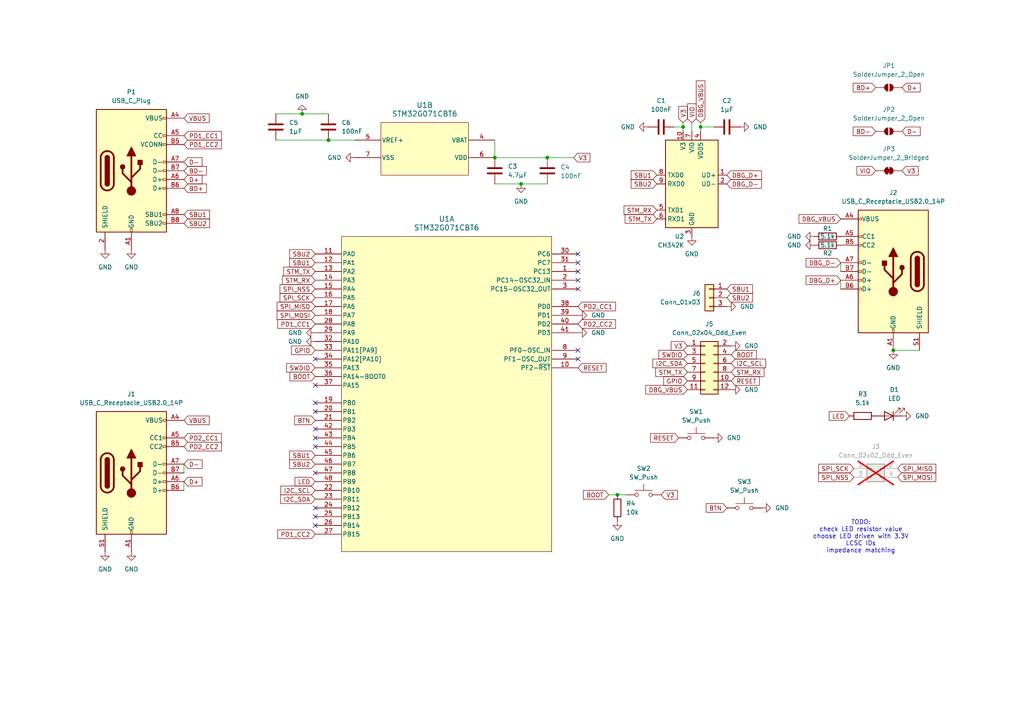
<source format=kicad_sch>
(kicad_sch (version 20231120) (generator "eeschema") (generator_version "8.0")
  (paper "A4")
  (lib_symbols
    (symbol "Connector:USB_C_Plug" (pin_names (offset 1.016))
      (property "Reference" "P1" (at 0 33.02 0))
      (property "Value" "USB_C_Plug" (at 0 30.48 0))
      (symbol "USB_C_Plug_0_0"
        (rectangle (start -0.254 -6.604) (end 0.254 -7.62))
        (rectangle (start 9.144 5.334) (end 10.16 4.826))
        (rectangle (start 9.144 7.874) (end 10.16 7.366))
        (rectangle (start 9.144 10.414) (end 10.16 9.906))
        (rectangle (start 9.144 12.954) (end 10.16 12.446))
        (rectangle (start 9.144 18.034) (end 10.16 17.526))
        (rectangle (start 10.16 -4.826) (end 9.144 -5.334))
        (rectangle (start 10.16 -2.286) (end 9.144 -2.794))
        (rectangle (start 10.16 20.574) (end 9.144 20.066))
        (rectangle (start 10.16 25.654) (end 9.144 25.146))
      )
      (symbol "USB_C_Plug_0_1"
        (rectangle (start -10.16 27.94) (end 10.16 -7.62) (stroke (width 0.254)) (fill (type background)))
        (arc (start -8.89 6.35) (mid -6.985 4.4533) (end -5.08 6.35) (stroke (width 0.508)))
        (arc (start -7.62 6.35) (mid -6.985 5.7177) (end -6.35 6.35) (stroke (width 0.254)))
        (arc (start -7.62 6.35) (mid -6.985 5.7177) (end -6.35 6.35) (stroke (width 0.254)) (fill (type outline)))
        (rectangle (start -7.62 6.35) (end -6.35 13.97) (stroke (width 0.254)) (fill (type outline)))
        (arc (start -6.35 13.97) (mid -6.985 14.6023) (end -7.62 13.97) (stroke (width 0.254)))
        (arc (start -6.35 13.97) (mid -6.985 14.6023) (end -7.62 13.97) (stroke (width 0.254)) (fill (type outline)))
        (arc (start -5.08 13.97) (mid -6.985 15.8667) (end -8.89 13.97) (stroke (width 0.508)))
        (polyline (pts (xy -8.89 6.35) (xy -8.89 13.97)) (stroke (width 0.508)))
        (polyline (pts (xy -5.08 13.97) (xy -5.08 6.35)) (stroke (width 0.508)))
      )
      (symbol "USB_C_Plug_1_1"
        (circle (center -2.54 11.303) (radius 0.635) (stroke (width 0.254)) (fill (type outline)))
        (polyline (pts (xy 0 4.318) (xy 0 14.478)) (stroke (width 0.508)))
        (polyline (pts (xy 0 6.858) (xy -2.54 9.398) (xy -2.54 10.668)) (stroke (width 0.508)))
        (polyline (pts (xy 0 8.128) (xy 2.54 10.668) (xy 2.54 11.938)) (stroke (width 0.508)))
        (polyline (pts (xy -1.27 14.478) (xy 0 17.018) (xy 1.27 14.478) (xy -1.27 14.478)) (stroke (width 0.254)) (fill (type outline)))
        (circle (center 0 4.318) (radius 1.27) (fill (type outline)))
        (rectangle (start 1.905 11.938) (end 3.175 13.208) (stroke (width 0.254)) (fill (type outline)))
        (pin passive line (at -7.62 -12.7 90) (length 5.08) (name "SHIELD") (number "2"))
        (pin passive line (at -7.62 -12.7 90) (length 5.08) hide (name "SHIELD") (number "3"))
        (pin passive line (at 0 -12.7 90) (length 5.08) (name "GND") (number "A1"))
        (pin passive line (at 0 -12.7 90) (length 5.08) hide (name "GND") (number "A12"))
        (pin passive line (at 15.24 25.4 180) (length 5.08) (name "VBUS") (number "A4"))
        (pin bidirectional line (at 15.24 20.32 180) (length 5.08) (name "CC") (number "A5"))
        (pin bidirectional line (at 15.24 7.62 180) (length 5.08) (name "D+") (number "A6"))
        (pin bidirectional line (at 15.24 12.7 180) (length 5.08) (name "D-") (number "A7"))
        (pin bidirectional line (at 15.24 -2.54 180) (length 5.08) (name "SBU1") (number "A8"))
        (pin passive line (at 15.24 25.4 180) (length 5.08) hide (name "VBUS") (number "A9"))
        (pin passive line (at 0 -12.7 90) (length 5.08) hide (name "GND") (number "B1"))
        (pin passive line (at 0 -12.7 90) (length 5.08) hide (name "GND") (number "B12"))
        (pin passive line (at 15.24 25.4 180) (length 5.08) hide (name "VBUS") (number "B4"))
        (pin bidirectional line (at 15.24 17.78 180) (length 5.08) (name "VCONN") (number "B5"))
        (pin bidirectional line (at 15.24 5.08 180) (length 5.08) (name "D+") (number "B6"))
        (pin bidirectional line (at 15.24 10.16 180) (length 5.08) (name "D-") (number "B7"))
        (pin bidirectional line (at 15.24 -5.08 180) (length 5.08) (name "SBU2") (number "B8"))
        (pin passive line (at 15.24 25.4 180) (length 5.08) hide (name "VBUS") (number "B9"))
      )
    )
    (symbol "Connector:USB_C_Receptacle_USB2.0_14P" (pin_names (offset 1.016))
      (property "Reference" "J2" (at 0 22.86 0))
      (property "Value" "USB_C_Receptacle_USB2.0_14P" (at 0 20.32 0))
      (symbol "USB_C_Receptacle_USB2.0_14P_0_0"
        (rectangle (start -0.254 -17.78) (end 0.254 -16.764))
        (rectangle (start 10.16 -4.826) (end 9.144 -5.334))
        (rectangle (start 10.16 -2.286) (end 9.144 -2.794))
        (rectangle (start 10.16 0.254) (end 9.144 -0.254))
        (rectangle (start 10.16 2.794) (end 9.144 2.286))
        (rectangle (start 10.16 7.874) (end 9.144 7.366))
        (rectangle (start 10.16 10.414) (end 9.144 9.906))
        (rectangle (start 10.16 15.494) (end 9.144 14.986))
      )
      (symbol "USB_C_Receptacle_USB2.0_14P_0_1"
        (rectangle (start -10.16 17.78) (end 10.16 -17.78) (stroke (width 0.254)) (fill (type background)))
        (arc (start -8.89 -3.81) (mid -6.985 -5.7067) (end -5.08 -3.81) (stroke (width 0.508)))
        (arc (start -7.62 -3.81) (mid -6.985 -4.4423) (end -6.35 -3.81) (stroke (width 0.254)))
        (arc (start -7.62 -3.81) (mid -6.985 -4.4423) (end -6.35 -3.81) (stroke (width 0.254)) (fill (type outline)))
        (rectangle (start -7.62 -3.81) (end -6.35 3.81) (stroke (width 0.254)) (fill (type outline)))
        (arc (start -6.35 3.81) (mid -6.985 4.4423) (end -7.62 3.81) (stroke (width 0.254)))
        (arc (start -6.35 3.81) (mid -6.985 4.4423) (end -7.62 3.81) (stroke (width 0.254)) (fill (type outline)))
        (arc (start -5.08 3.81) (mid -6.985 5.7067) (end -8.89 3.81) (stroke (width 0.508)))
        (circle (center -2.54 1.143) (radius 0.635) (stroke (width 0.254)) (fill (type outline)))
        (circle (center 0 -5.842) (radius 1.27) (fill (type outline)))
        (polyline (pts (xy -8.89 -3.81) (xy -8.89 3.81)) (stroke (width 0.508)))
        (polyline (pts (xy -5.08 3.81) (xy -5.08 -3.81)) (stroke (width 0.508)))
        (polyline (pts (xy 0 -5.842) (xy 0 4.318)) (stroke (width 0.508)))
        (polyline (pts (xy 0 -3.302) (xy -2.54 -0.762) (xy -2.54 0.508)) (stroke (width 0.508)))
        (polyline (pts (xy 0 -2.032) (xy 2.54 0.508) (xy 2.54 1.778)) (stroke (width 0.508)))
        (polyline (pts (xy -1.27 4.318) (xy 0 6.858) (xy 1.27 4.318) (xy -1.27 4.318)) (stroke (width 0.254)) (fill (type outline)))
        (rectangle (start 1.905 1.778) (end 3.175 3.048) (stroke (width 0.254)) (fill (type outline)))
      )
      (symbol "USB_C_Receptacle_USB2.0_14P_1_1"
        (pin passive line (at 0 -22.86 90) (length 5.08) (name "GND") (number "A1"))
        (pin passive line (at 15.24 15.24 180) (length 5.08) (name "VBUS") (number "A4"))
        (pin bidirectional line (at 15.24 10.16 180) (length 5.08) (name "CC1") (number "A5"))
        (pin bidirectional line (at 15.24 -2.54 180) (length 5.08) (name "D+") (number "A6"))
        (pin bidirectional line (at 15.24 2.54 180) (length 5.08) (name "D-") (number "A7"))
        (pin passive line (at 0 -22.86 90) (length 5.08) hide (name "GND") (number "B1"))
        (pin passive line (at 15.24 15.24 180) (length 5.08) hide (name "VBUS") (number "B4"))
        (pin bidirectional line (at 15.24 7.62 180) (length 5.08) (name "CC2") (number "B5"))
        (pin bidirectional line (at 15.24 -5.08 180) (length 5.08) (name "D+") (number "B6"))
        (pin bidirectional line (at 15.24 0 180) (length 5.08) (name "D-") (number "B7"))
        (pin passive line (at -7.62 -22.86 90) (length 5.08) (name "SHIELD") (number "S1"))
      )
    )
    (symbol "Connector_Generic:Conn_01x03" (pin_names (offset 1.016) hide)
      (property "Reference" "J" (at 0 5.08 0))
      (property "Value" "Conn_01x03" (at 0 -5.08 0))
      (symbol "Conn_01x03_1_1"
        (rectangle (start -1.27 -2.413) (end 0 -2.667) (stroke (width 0.1524)))
        (rectangle (start -1.27 0.127) (end 0 -0.127) (stroke (width 0.1524)))
        (rectangle (start -1.27 2.667) (end 0 2.413) (stroke (width 0.1524)))
        (rectangle (start -1.27 3.81) (end 1.27 -3.81) (stroke (width 0.254)) (fill (type background)))
        (pin passive line (at -5.08 2.54 0) (length 3.81) (name "Pin_1") (number "1"))
        (pin passive line (at -5.08 0 0) (length 3.81) (name "Pin_2") (number "2"))
        (pin passive line (at -5.08 -2.54 0) (length 3.81) (name "Pin_3") (number "3"))
      )
    )
    (symbol "Connector_Generic:Conn_02x02_Odd_Even" (pin_names (offset 1.016) hide)
      (property "Reference" "J" (at 1.27 2.54 0))
      (property "Value" "Conn_02x02_Odd_Even" (at 1.27 -5.08 0))
      (symbol "Conn_02x02_Odd_Even_1_1"
        (rectangle (start -1.27 -2.413) (end 0 -2.667) (stroke (width 0.1524)))
        (rectangle (start -1.27 0.127) (end 0 -0.127) (stroke (width 0.1524)))
        (rectangle (start -1.27 1.27) (end 3.81 -3.81) (stroke (width 0.254)) (fill (type background)))
        (rectangle (start 3.81 -2.413) (end 2.54 -2.667) (stroke (width 0.1524)))
        (rectangle (start 3.81 0.127) (end 2.54 -0.127) (stroke (width 0.1524)))
        (pin passive line (at -5.08 0 0) (length 3.81) (name "Pin_1") (number "1"))
        (pin passive line (at 7.62 0 180) (length 3.81) (name "Pin_2") (number "2"))
        (pin passive line (at -5.08 -2.54 0) (length 3.81) (name "Pin_3") (number "3"))
        (pin passive line (at 7.62 -2.54 180) (length 3.81) (name "Pin_4") (number "4"))
      )
    )
    (symbol "Connector_Generic:Conn_02x06_Odd_Even" (pin_names (offset 1.016) hide)
      (property "Reference" "J" (at 1.27 7.62 0))
      (property "Value" "Conn_02x06_Odd_Even" (at 1.27 -10.16 0))
      (symbol "Conn_02x06_Odd_Even_1_1"
        (rectangle (start -1.27 -7.493) (end 0 -7.747) (stroke (width 0.1524)))
        (rectangle (start -1.27 -4.953) (end 0 -5.207) (stroke (width 0.1524)))
        (rectangle (start -1.27 -2.413) (end 0 -2.667) (stroke (width 0.1524)))
        (rectangle (start -1.27 0.127) (end 0 -0.127) (stroke (width 0.1524)))
        (rectangle (start -1.27 2.667) (end 0 2.413) (stroke (width 0.1524)))
        (rectangle (start -1.27 5.207) (end 0 4.953) (stroke (width 0.1524)))
        (rectangle (start -1.27 6.35) (end 3.81 -8.89) (stroke (width 0.254)) (fill (type background)))
        (rectangle (start 3.81 -7.493) (end 2.54 -7.747) (stroke (width 0.1524)))
        (rectangle (start 3.81 -4.953) (end 2.54 -5.207) (stroke (width 0.1524)))
        (rectangle (start 3.81 -2.413) (end 2.54 -2.667) (stroke (width 0.1524)))
        (rectangle (start 3.81 0.127) (end 2.54 -0.127) (stroke (width 0.1524)))
        (rectangle (start 3.81 2.667) (end 2.54 2.413) (stroke (width 0.1524)))
        (rectangle (start 3.81 5.207) (end 2.54 4.953) (stroke (width 0.1524)))
        (pin passive line (at -5.08 5.08 0) (length 3.81) (name "Pin_1") (number "1"))
        (pin passive line (at 7.62 -5.08 180) (length 3.81) (name "Pin_10") (number "10"))
        (pin passive line (at -5.08 -7.62 0) (length 3.81) (name "Pin_11") (number "11"))
        (pin passive line (at 7.62 -7.62 180) (length 3.81) (name "Pin_12") (number "12"))
        (pin passive line (at 7.62 5.08 180) (length 3.81) (name "Pin_2") (number "2"))
        (pin passive line (at -5.08 2.54 0) (length 3.81) (name "Pin_3") (number "3"))
        (pin passive line (at 7.62 2.54 180) (length 3.81) (name "Pin_4") (number "4"))
        (pin passive line (at -5.08 0 0) (length 3.81) (name "Pin_5") (number "5"))
        (pin passive line (at 7.62 0 180) (length 3.81) (name "Pin_6") (number "6"))
        (pin passive line (at -5.08 -2.54 0) (length 3.81) (name "Pin_7") (number "7"))
        (pin passive line (at 7.62 -2.54 180) (length 3.81) (name "Pin_8") (number "8"))
        (pin passive line (at -5.08 -5.08 0) (length 3.81) (name "Pin_9") (number "9"))
      )
    )
    (symbol "Debubo:STM32G071CBT6" (pin_names (offset 0.254))
      (property "Reference" "U" (at 38.1 10.16 0))
      (property "Value" "STM32G071CBT6" (at 38.1 7.62 0))
      (symbol "STM32G071CBT6_1_1"
        (rectangle (start 7.62 5.08) (end 68.58 -86.36) (fill (type background)))
        (pin bidirectional line (at 76.2 -5.08 180) (length 7.62) (name "PC13") (number "1"))
        (pin bidirectional line (at 76.2 -33.02 180) (length 7.62) (name "PF2-~{RST}") (number "10"))
        (pin bidirectional line (at 0 0 0) (length 7.62) (name "PA0") (number "11"))
        (pin bidirectional line (at 0 -2.54 0) (length 7.62) (name "PA1") (number "12"))
        (pin bidirectional line (at 0 -5.08 0) (length 7.62) (name "PA2") (number "13"))
        (pin bidirectional line (at 0 -7.62 0) (length 7.62) (name "PA3") (number "14"))
        (pin bidirectional line (at 0 -10.16 0) (length 7.62) (name "PA4") (number "15"))
        (pin bidirectional line (at 0 -12.7 0) (length 7.62) (name "PA5") (number "16"))
        (pin bidirectional line (at 0 -15.24 0) (length 7.62) (name "PA6") (number "17"))
        (pin bidirectional line (at 0 -17.78 0) (length 7.62) (name "PA7") (number "18"))
        (pin bidirectional line (at 0 -43.18 0) (length 7.62) (name "PB0") (number "19"))
        (pin bidirectional line (at 76.2 -7.62 180) (length 7.62) (name "PC14-OSC32_IN") (number "2"))
        (pin bidirectional line (at 0 -45.72 0) (length 7.62) (name "PB1") (number "20"))
        (pin bidirectional line (at 0 -48.26 0) (length 7.62) (name "PB2") (number "21"))
        (pin bidirectional line (at 0 -68.58 0) (length 7.62) (name "PB10") (number "22"))
        (pin bidirectional line (at 0 -71.12 0) (length 7.62) (name "PB11") (number "23"))
        (pin bidirectional line (at 0 -73.66 0) (length 7.62) (name "PB12") (number "24"))
        (pin bidirectional line (at 0 -76.2 0) (length 7.62) (name "PB13") (number "25"))
        (pin bidirectional line (at 0 -78.74 0) (length 7.62) (name "PB14") (number "26"))
        (pin bidirectional line (at 0 -81.28 0) (length 7.62) (name "PB15") (number "27"))
        (pin bidirectional line (at 0 -20.32 0) (length 7.62) (name "PA8") (number "28"))
        (pin bidirectional line (at 0 -22.86 0) (length 7.62) (name "PA9") (number "29"))
        (pin bidirectional line (at 76.2 -10.16 180) (length 7.62) (name "PC15-OSC32_OUT") (number "3"))
        (pin bidirectional line (at 76.2 0 180) (length 7.62) (name "PC6") (number "30"))
        (pin bidirectional line (at 76.2 -2.54 180) (length 7.62) (name "PC7") (number "31"))
        (pin bidirectional line (at 0 -25.4 0) (length 7.62) (name "PA10") (number "32"))
        (pin bidirectional line (at 0 -27.94 0) (length 7.62) (name "PA11[PA9]") (number "33"))
        (pin bidirectional line (at 0 -30.48 0) (length 7.62) (name "PA12[PA10]") (number "34"))
        (pin bidirectional line (at 0 -33.02 0) (length 7.62) (name "PA13") (number "35"))
        (pin bidirectional line (at 0 -35.56 0) (length 7.62) (name "PA14-BOOT0") (number "36"))
        (pin bidirectional line (at 0 -38.1 0) (length 7.62) (name "PA15") (number "37"))
        (pin bidirectional line (at 76.2 -15.24 180) (length 7.62) (name "PD0") (number "38"))
        (pin bidirectional line (at 76.2 -17.78 180) (length 7.62) (name "PD1") (number "39"))
        (pin bidirectional line (at 76.2 -20.32 180) (length 7.62) (name "PD2") (number "40"))
        (pin bidirectional line (at 76.2 -22.86 180) (length 7.62) (name "PD3") (number "41"))
        (pin bidirectional line (at 0 -50.8 0) (length 7.62) (name "PB3") (number "42"))
        (pin bidirectional line (at 0 -53.34 0) (length 7.62) (name "PB4") (number "43"))
        (pin bidirectional line (at 0 -55.88 0) (length 7.62) (name "PB5") (number "44"))
        (pin bidirectional line (at 0 -58.42 0) (length 7.62) (name "PB6") (number "45"))
        (pin bidirectional line (at 0 -60.96 0) (length 7.62) (name "PB7") (number "46"))
        (pin bidirectional line (at 0 -63.5 0) (length 7.62) (name "PB8") (number "47"))
        (pin bidirectional line (at 0 -66.04 0) (length 7.62) (name "PB9") (number "48"))
        (pin bidirectional line (at 76.2 -27.94 180) (length 7.62) (name "PF0-OSC_IN") (number "8"))
        (pin bidirectional line (at 76.2 -30.48 180) (length 7.62) (name "PF1-OSC_OUT") (number "9"))
      )
      (symbol "STM32G071CBT6_2_1"
        (rectangle (start 7.62 5.08) (end 33.02 -10.16) (fill (type background)))
        (pin power_in line (at 40.64 0 180) (length 7.62) (name "VBAT") (number "4"))
        (pin power_in line (at 0 0 0) (length 7.62) (name "VREF+") (number "5"))
        (pin power_in line (at 40.64 -5.08 180) (length 7.62) (name "VDD") (number "6"))
        (pin power_in line (at 0 -5.08 0) (length 7.62) (name "VSS") (number "7"))
      )
    )
    (symbol "Device:C" (pin_numbers hide) (pin_names (offset 0.254))
      (property "Reference" "C" (at 0.635 2.54 0))
      (property "Value" "C" (at 0.635 -2.54 0))
      (symbol "C_0_1"
        (polyline (pts (xy -2.032 -0.762) (xy 2.032 -0.762)) (stroke (width 0.508)))
        (polyline (pts (xy -2.032 0.762) (xy 2.032 0.762)) (stroke (width 0.508)))
      )
      (symbol "C_1_1"
        (pin passive line (at 0 3.81 270) (length 2.794) (name "~") (number "1"))
        (pin passive line (at 0 -3.81 90) (length 2.794) (name "~") (number "2"))
      )
    )
    (symbol "Device:LED" (pin_numbers hide) (pin_names (offset 1.016) hide)
      (property "Reference" "D" (at 0 2.54 0))
      (property "Value" "LED" (at 0 -2.54 0))
      (symbol "LED_0_1"
        (polyline (pts (xy -1.27 -1.27) (xy -1.27 1.27)) (stroke (width 0.254)))
        (polyline (pts (xy -1.27 0) (xy 1.27 0)))
        (polyline (pts (xy 1.27 -1.27) (xy 1.27 1.27) (xy -1.27 0) (xy 1.27 -1.27)) (stroke (width 0.254)))
        (polyline (pts (xy -3.048 -0.762) (xy -4.572 -2.286) (xy -3.81 -2.286) (xy -4.572 -2.286) (xy -4.572 -1.524)))
        (polyline (pts (xy -1.778 -0.762) (xy -3.302 -2.286) (xy -2.54 -2.286) (xy -3.302 -2.286) (xy -3.302 -1.524)))
      )
      (symbol "LED_1_1"
        (pin passive line (at -3.81 0 0) (length 2.54) (name "K") (number "1"))
        (pin passive line (at 3.81 0 180) (length 2.54) (name "A") (number "2"))
      )
    )
    (symbol "Device:R" (pin_numbers hide) (pin_names (offset 0))
      (property "Reference" "R" (at 2.032 0 90))
      (property "Value" "R" (at 0 0 90))
      (symbol "R_0_1"
        (rectangle (start -1.016 -2.54) (end 1.016 2.54) (stroke (width 0.254)))
      )
      (symbol "R_1_1"
        (pin passive line (at 0 3.81 270) (length 1.27) (name "~") (number "1"))
        (pin passive line (at 0 -3.81 90) (length 1.27) (name "~") (number "2"))
      )
    )
    (symbol "Interface_USB:CH340K"
      (property "Reference" "U2" (at 2.1941 -15.24 0))
      (property "Value" "CH342K" (at 2.1941 -17.78 0))
      (symbol "CH340K_0_1"
        (rectangle (start -7.62 12.7) (end 7.62 -12.7) (stroke (width 0.254)) (fill (type background)))
      )
      (symbol "CH340K_1_0"
        (pin passive line (at 0 -15.24 90) (length 2.54) hide (name "GND") (number "11"))
      )
      (symbol "CH340K_1_1"
        (pin bidirectional line (at -10.16 2.54 0) (length 2.54) (name "UD+") (number "1"))
        (pin passive line (at 2.54 15.24 270) (length 2.54) (name "V3") (number "10"))
        (pin bidirectional line (at -10.16 0 0) (length 2.54) (name "UD-") (number "2"))
        (pin power_in line (at 0 -15.24 90) (length 2.54) (name "GND") (number "3"))
        (pin power_in line (at -2.54 15.24 270) (length 2.54) (name "VDD5") (number "4"))
        (pin output line (at 10.16 -7.62 180) (length 2.54) (name "TXD1") (number "5"))
        (pin input line (at 10.16 -10.16 180) (length 2.54) (name "RXD1") (number "6"))
        (pin power_in line (at 0 15.24 270) (length 2.54) (name "VIO") (number "7"))
        (pin output line (at 10.16 2.54 180) (length 2.54) (name "TXD0") (number "8"))
        (pin input line (at 10.16 0 180) (length 2.54) (name "RXD0") (number "9"))
      )
    )
    (symbol "Jumper:SolderJumper_2_Bridged" (pin_numbers hide) (pin_names (offset 0) hide) (exclude_from_sim yes) (in_bom no)
      (property "Reference" "JP" (at 0 2.032 0))
      (property "Value" "SolderJumper_2_Bridged" (at 0 -2.54 0))
      (symbol "SolderJumper_2_Bridged_0_1"
        (rectangle (start -0.508 0.508) (end 0.508 -0.508) (fill (type outline)))
        (arc (start -0.254 1.016) (mid -1.2656 0) (end -0.254 -1.016))
        (arc (start -0.254 1.016) (mid -1.2656 0) (end -0.254 -1.016) (fill (type outline)))
        (polyline (pts (xy -0.254 1.016) (xy -0.254 -1.016)))
        (polyline (pts (xy 0.254 1.016) (xy 0.254 -1.016)))
        (arc (start 0.254 -1.016) (mid 1.2656 0) (end 0.254 1.016))
        (arc (start 0.254 -1.016) (mid 1.2656 0) (end 0.254 1.016) (fill (type outline)))
      )
      (symbol "SolderJumper_2_Bridged_1_1"
        (pin passive line (at -3.81 0 0) (length 2.54) (name "A") (number "1"))
        (pin passive line (at 3.81 0 180) (length 2.54) (name "B") (number "2"))
      )
    )
    (symbol "Jumper:SolderJumper_2_Open" (pin_numbers hide) (pin_names (offset 0) hide) (exclude_from_sim yes) (in_bom no)
      (property "Reference" "JP" (at 0 2.032 0))
      (property "Value" "SolderJumper_2_Open" (at 0 -2.54 0))
      (symbol "SolderJumper_2_Open_0_1"
        (arc (start -0.254 1.016) (mid -1.2656 0) (end -0.254 -1.016))
        (arc (start -0.254 1.016) (mid -1.2656 0) (end -0.254 -1.016) (fill (type outline)))
        (polyline (pts (xy -0.254 1.016) (xy -0.254 -1.016)))
        (polyline (pts (xy 0.254 1.016) (xy 0.254 -1.016)))
        (arc (start 0.254 -1.016) (mid 1.2656 0) (end 0.254 1.016))
        (arc (start 0.254 -1.016) (mid 1.2656 0) (end 0.254 1.016) (fill (type outline)))
      )
      (symbol "SolderJumper_2_Open_1_1"
        (pin passive line (at -3.81 0 0) (length 2.54) (name "A") (number "1"))
        (pin passive line (at 3.81 0 180) (length 2.54) (name "B") (number "2"))
      )
    )
    (symbol "Switch:SW_Push" (pin_numbers hide) (pin_names (offset 1.016) hide)
      (property "Reference" "SW" (at 1.27 2.54 0))
      (property "Value" "SW_Push" (at 0 -1.524 0))
      (symbol "SW_Push_0_1"
        (circle (center -2.032 0) (radius 0.508))
        (polyline (pts (xy 0 1.27) (xy 0 3.048)))
        (polyline (pts (xy 2.54 1.27) (xy -2.54 1.27)))
        (circle (center 2.032 0) (radius 0.508))
        (pin passive line (at -5.08 0 0) (length 2.54) (name "1") (number "1"))
        (pin passive line (at 5.08 0 180) (length 2.54) (name "2") (number "2"))
      )
    )
    (symbol "USB_C_Receptacle_USB2.0_14P_1" (pin_names (offset 1.016))
      (property "Reference" "J1" (at 0 22.86 0))
      (property "Value" "USB_C_Receptacle_USB2.0_14P" (at 0 20.32 0))
      (symbol "USB_C_Receptacle_USB2.0_14P_1_0_0"
        (rectangle (start -0.254 -17.78) (end 0.254 -16.764))
        (rectangle (start 10.16 -4.826) (end 9.144 -5.334))
        (rectangle (start 10.16 -2.286) (end 9.144 -2.794))
        (rectangle (start 10.16 0.254) (end 9.144 -0.254))
        (rectangle (start 10.16 2.794) (end 9.144 2.286))
        (rectangle (start 10.16 7.874) (end 9.144 7.366))
        (rectangle (start 10.16 10.414) (end 9.144 9.906))
        (rectangle (start 10.16 15.494) (end 9.144 14.986))
      )
      (symbol "USB_C_Receptacle_USB2.0_14P_1_0_1"
        (rectangle (start -10.16 17.78) (end 10.16 -17.78) (stroke (width 0.254)) (fill (type background)))
        (arc (start -8.89 -3.81) (mid -6.985 -5.7067) (end -5.08 -3.81) (stroke (width 0.508)))
        (arc (start -7.62 -3.81) (mid -6.985 -4.4423) (end -6.35 -3.81) (stroke (width 0.254)))
        (arc (start -7.62 -3.81) (mid -6.985 -4.4423) (end -6.35 -3.81) (stroke (width 0.254)) (fill (type outline)))
        (rectangle (start -7.62 -3.81) (end -6.35 3.81) (stroke (width 0.254)) (fill (type outline)))
        (arc (start -6.35 3.81) (mid -6.985 4.4423) (end -7.62 3.81) (stroke (width 0.254)))
        (arc (start -6.35 3.81) (mid -6.985 4.4423) (end -7.62 3.81) (stroke (width 0.254)) (fill (type outline)))
        (arc (start -5.08 3.81) (mid -6.985 5.7067) (end -8.89 3.81) (stroke (width 0.508)))
        (circle (center -2.54 1.143) (radius 0.635) (stroke (width 0.254)) (fill (type outline)))
        (circle (center 0 -5.842) (radius 1.27) (fill (type outline)))
        (polyline (pts (xy -8.89 -3.81) (xy -8.89 3.81)) (stroke (width 0.508)))
        (polyline (pts (xy -5.08 3.81) (xy -5.08 -3.81)) (stroke (width 0.508)))
        (polyline (pts (xy 0 -5.842) (xy 0 4.318)) (stroke (width 0.508)))
        (polyline (pts (xy 0 -3.302) (xy -2.54 -0.762) (xy -2.54 0.508)) (stroke (width 0.508)))
        (polyline (pts (xy 0 -2.032) (xy 2.54 0.508) (xy 2.54 1.778)) (stroke (width 0.508)))
        (polyline (pts (xy -1.27 4.318) (xy 0 6.858) (xy 1.27 4.318) (xy -1.27 4.318)) (stroke (width 0.254)) (fill (type outline)))
        (rectangle (start 1.905 1.778) (end 3.175 3.048) (stroke (width 0.254)) (fill (type outline)))
      )
      (symbol "USB_C_Receptacle_USB2.0_14P_1_1_1"
        (pin passive line (at 0 -22.86 90) (length 5.08) (name "GND") (number "A1"))
        (pin passive line (at 15.24 15.24 180) (length 5.08) (name "VBUS") (number "A4"))
        (pin bidirectional line (at 15.24 10.16 180) (length 5.08) (name "CC1") (number "A5"))
        (pin bidirectional line (at 15.24 -2.54 180) (length 5.08) (name "D+") (number "A6"))
        (pin bidirectional line (at 15.24 2.54 180) (length 5.08) (name "D-") (number "A7"))
        (pin passive line (at 0 -22.86 90) (length 5.08) hide (name "GND") (number "B1"))
        (pin passive line (at 15.24 15.24 180) (length 5.08) hide (name "VBUS") (number "B4"))
        (pin bidirectional line (at 15.24 7.62 180) (length 5.08) (name "CC2") (number "B5"))
        (pin bidirectional line (at 15.24 -5.08 180) (length 5.08) (name "D+") (number "B6"))
        (pin bidirectional line (at 15.24 0 180) (length 5.08) (name "D-") (number "B7"))
        (pin passive line (at -7.62 -22.86 90) (length 5.08) (name "SHIELD") (number "S1"))
      )
    )
    (symbol "power:GND" (power) (pin_numbers hide) (pin_names (offset 0) hide)
      (property "Value" "GND" (at 0 -3.81 0))
      (symbol "GND_0_1"
        (polyline (pts (xy 0 0) (xy 0 -1.27) (xy 1.27 -1.27) (xy 0 -2.54) (xy -1.27 -1.27) (xy 0 -1.27)))
      )
      (symbol "GND_1_1"
        (pin power_in line (at 0 0 270) (length 0) (name "~") (number "1"))
      )
    )
  )
  (junction (at 198.12 36.83))
  (junction (at 95.25 40.64))
  (junction (at 259.08 101.6))
  (junction (at 87.63 33.02))
  (junction (at 151.13 53.34))
  (junction (at 203.2 36.83))
  (junction (at 143.51 45.72))
  (junction (at 179.07 143.51))
  (junction (at 158.75 45.72))
  (no_connect (at 167.64 81.28))
  (no_connect (at 91.44 116.84))
  (no_connect (at 91.44 111.76))
  (no_connect (at 167.64 83.82))
  (no_connect (at 91.44 124.46))
  (no_connect (at 91.44 152.4))
  (no_connect (at 91.44 127))
  (no_connect (at 167.64 78.74))
  (no_connect (at 91.44 149.86))
  (no_connect (at 91.44 119.38))
  (no_connect (at 167.64 104.14))
  (no_connect (at 167.64 76.2))
  (no_connect (at 91.44 137.16))
  (no_connect (at 91.44 129.54))
  (no_connect (at 167.64 101.6))
  (no_connect (at 91.44 104.14))
  (no_connect (at 167.64 73.66))
  (no_connect (at 91.44 147.32))
  (wire (pts (xy 198.12 35.56) (xy 198.12 36.83)))
  (wire (pts (xy 95.25 40.64) (xy 102.87 40.64)))
  (wire (pts (xy 200.66 35.56) (xy 200.66 38.1)))
  (wire (pts (xy 143.51 40.64) (xy 143.51 45.72)))
  (wire (pts (xy 53.34 134.62) (xy 53.34 137.16)))
  (wire (pts (xy 143.51 45.72) (xy 158.75 45.72)))
  (wire (pts (xy 143.51 53.34) (xy 151.13 53.34)))
  (wire (pts (xy 80.01 40.64) (xy 95.25 40.64)))
  (wire (pts (xy 53.34 139.7) (xy 53.34 142.24)))
  (wire (pts (xy 243.84 81.28) (xy 243.84 83.82)))
  (wire (pts (xy 203.2 36.83) (xy 203.2 38.1)))
  (wire (pts (xy 87.63 33.02) (xy 95.25 33.02)))
  (wire (pts (xy 151.13 53.34) (xy 158.75 53.34)))
  (wire (pts (xy 243.84 76.2) (xy 243.84 78.74)))
  (wire (pts (xy 259.08 101.6) (xy 266.7 101.6)))
  (wire (pts (xy 203.2 35.56) (xy 203.2 36.83)))
  (wire (pts (xy 207.01 36.83) (xy 203.2 36.83)))
  (wire (pts (xy 195.58 36.83) (xy 198.12 36.83)))
  (wire (pts (xy 198.12 36.83) (xy 198.12 38.1)))
  (wire (pts (xy 158.75 45.72) (xy 166.37 45.72)))
  (wire (pts (xy 179.07 143.51) (xy 181.61 143.51)))
  (wire (pts (xy 80.01 33.02) (xy 87.63 33.02)))
  (wire (pts (xy 176.53 143.51) (xy 179.07 143.51)))
  (text "TODO:\ncheck LED resistor value\nchoose LED driven with 3.3V\nLCSC IDs\nimpedance matching" (at 249.682 155.702 0) (effects (font (size 1.27 1.27))))
  (global_label "V3" (shape input) (at 199.39 100.33 180) (property "Intersheetrefs" "${INTERSHEET_REFS}" (effects (hide yes))))
  (global_label "BTN" (shape input) (at 91.44 121.92 180) (property "Intersheetrefs" "${INTERSHEET_REFS}" (effects (hide yes))))
  (global_label "BD+" (shape input) (at 53.34 54.61 0) (property "Intersheetrefs" "${INTERSHEET_REFS}" (effects (hide yes))))
  (global_label "DBG_D+" (shape input) (at 210.82 50.8 0) (property "Intersheetrefs" "${INTERSHEET_REFS}" (effects (hide yes))))
  (global_label "SPI_SCK" (shape input) (at 91.44 86.36 180) (property "Intersheetrefs" "${INTERSHEET_REFS}" (effects (hide yes))))
  (global_label "PD1_CC1" (shape input) (at 91.44 93.98 180) (property "Intersheetrefs" "${INTERSHEET_REFS}" (effects (hide yes))))
  (global_label "SBU2" (shape input) (at 91.44 134.62 180) (property "Intersheetrefs" "${INTERSHEET_REFS}" (effects (hide yes))))
  (global_label "RESET" (shape input) (at 196.85 127 180) (property "Intersheetrefs" "${INTERSHEET_REFS}" (effects (hide yes))))
  (global_label "GPIO" (shape input) (at 199.39 110.49 180) (property "Intersheetrefs" "${INTERSHEET_REFS}" (effects (hide yes))))
  (global_label "PD1_CC2" (shape input) (at 53.34 41.91 0) (property "Intersheetrefs" "${INTERSHEET_REFS}" (effects (hide yes))))
  (global_label "STM_TX" (shape input) (at 199.39 107.95 180) (property "Intersheetrefs" "${INTERSHEET_REFS}" (effects (hide yes))))
  (global_label "SPI_MOSI" (shape input) (at 260.35 138.43 0) (property "Intersheetrefs" "${INTERSHEET_REFS}" (effects (hide yes))))
  (global_label "VIO" (shape input) (at 200.66 35.56 90) (property "Intersheetrefs" "${INTERSHEET_REFS}" (effects (hide yes))))
  (global_label "SBU2" (shape input) (at 91.44 73.66 180) (property "Intersheetrefs" "${INTERSHEET_REFS}" (effects (hide yes))))
  (global_label "V3" (shape input) (at 166.37 45.72 0) (property "Intersheetrefs" "${INTERSHEET_REFS}" (effects (hide yes))))
  (global_label "VBUS" (shape input) (at 53.34 121.92 0) (property "Intersheetrefs" "${INTERSHEET_REFS}" (effects (hide yes))))
  (global_label "PD2_CC2" (shape input) (at 53.34 129.54 0) (property "Intersheetrefs" "${INTERSHEET_REFS}" (effects (hide yes))))
  (global_label "I2C_SDA" (shape input) (at 91.44 144.78 180) (property "Intersheetrefs" "${INTERSHEET_REFS}" (effects (hide yes))))
  (global_label "BOOT" (shape input) (at 176.53 143.51 180) (property "Intersheetrefs" "${INTERSHEET_REFS}" (effects (hide yes))))
  (global_label "V3" (shape input) (at 261.62 49.53 0) (property "Intersheetrefs" "${INTERSHEET_REFS}" (effects (hide yes))))
  (global_label "GPIO" (shape input) (at 91.44 101.6 180) (property "Intersheetrefs" "${INTERSHEET_REFS}" (effects (hide yes))))
  (global_label "SPI_MOSI" (shape input) (at 91.44 91.44 180) (property "Intersheetrefs" "${INTERSHEET_REFS}" (effects (hide yes))))
  (global_label "V3" (shape input) (at 191.77 143.51 0) (property "Intersheetrefs" "${INTERSHEET_REFS}" (effects (hide yes))))
  (global_label "SPI_MISO" (shape input) (at 260.35 135.89 0) (property "Intersheetrefs" "${INTERSHEET_REFS}" (effects (hide yes))))
  (global_label "SBU1" (shape input) (at 91.44 132.08 180) (property "Intersheetrefs" "${INTERSHEET_REFS}" (effects (hide yes))))
  (global_label "STM_RX" (shape input) (at 190.5 60.96 180) (property "Intersheetrefs" "${INTERSHEET_REFS}" (effects (hide yes))))
  (global_label "BOOT" (shape input) (at 91.44 109.22 180) (property "Intersheetrefs" "${INTERSHEET_REFS}" (effects (hide yes))))
  (global_label "SBU2" (shape input) (at 53.34 64.77 0) (property "Intersheetrefs" "${INTERSHEET_REFS}" (effects (hide yes))))
  (global_label "RESET" (shape input) (at 212.09 110.49 0) (property "Intersheetrefs" "${INTERSHEET_REFS}" (effects (hide yes))))
  (global_label "LED" (shape input) (at 91.44 139.7 180) (property "Intersheetrefs" "${INTERSHEET_REFS}" (effects (hide yes))))
  (global_label "SPI_NSS" (shape input) (at 91.44 83.82 180) (property "Intersheetrefs" "${INTERSHEET_REFS}" (effects (hide yes))))
  (global_label "I2C_SDA" (shape input) (at 199.39 105.41 180) (property "Intersheetrefs" "${INTERSHEET_REFS}" (effects (hide yes))))
  (global_label "RESET" (shape input) (at 167.64 106.68 0) (property "Intersheetrefs" "${INTERSHEET_REFS}" (effects (hide yes))))
  (global_label "SBU1" (shape input) (at 190.5 50.8 180) (property "Intersheetrefs" "${INTERSHEET_REFS}" (effects (hide yes))))
  (global_label "D-" (shape input) (at 261.62 38.1 0) (property "Intersheetrefs" "${INTERSHEET_REFS}" (effects (hide yes))))
  (global_label "BTN" (shape input) (at 210.82 147.32 180) (property "Intersheetrefs" "${INTERSHEET_REFS}" (effects (hide yes))))
  (global_label "BD+" (shape input) (at 254 25.4 180) (property "Intersheetrefs" "${INTERSHEET_REFS}" (effects (hide yes))))
  (global_label "PD1_CC2" (shape input) (at 91.44 154.94 180) (property "Intersheetrefs" "${INTERSHEET_REFS}" (effects (hide yes))))
  (global_label "D+" (shape input) (at 53.34 139.7 0) (property "Intersheetrefs" "${INTERSHEET_REFS}" (effects (hide yes))))
  (global_label "SPI_MISO" (shape input) (at 91.44 88.9 180) (property "Intersheetrefs" "${INTERSHEET_REFS}" (effects (hide yes))))
  (global_label "VIO" (shape input) (at 254 49.53 180) (property "Intersheetrefs" "${INTERSHEET_REFS}" (effects (hide yes))))
  (global_label "SPI_SCK" (shape input) (at 247.65 135.89 180) (property "Intersheetrefs" "${INTERSHEET_REFS}" (effects (hide yes))))
  (global_label "DBG_D-" (shape input) (at 243.84 76.2 180) (property "Intersheetrefs" "${INTERSHEET_REFS}" (effects (hide yes))))
  (global_label "BD-" (shape input) (at 254 38.1 180) (property "Intersheetrefs" "${INTERSHEET_REFS}" (effects (hide yes))))
  (global_label "V3" (shape input) (at 198.12 35.56 90) (property "Intersheetrefs" "${INTERSHEET_REFS}" (effects (hide yes))))
  (global_label "SBU1" (shape input) (at 53.34 62.23 0) (property "Intersheetrefs" "${INTERSHEET_REFS}" (effects (hide yes))))
  (global_label "SBU1" (shape input) (at 91.44 76.2 180) (property "Intersheetrefs" "${INTERSHEET_REFS}" (effects (hide yes))))
  (global_label "I2C_SCL" (shape input) (at 91.44 142.24 180) (property "Intersheetrefs" "${INTERSHEET_REFS}" (effects (hide yes))))
  (global_label "PD2_CC1" (shape input) (at 167.64 88.9 0) (property "Intersheetrefs" "${INTERSHEET_REFS}" (effects (hide yes))))
  (global_label "DBG_VBUS" (shape input) (at 203.2 35.56 90) (property "Intersheetrefs" "${INTERSHEET_REFS}" (effects (hide yes))))
  (global_label "PD2_CC2" (shape input) (at 167.64 93.98 0) (property "Intersheetrefs" "${INTERSHEET_REFS}" (effects (hide yes))))
  (global_label "BD-" (shape input) (at 53.34 49.53 0) (property "Intersheetrefs" "${INTERSHEET_REFS}" (effects (hide yes))))
  (global_label "STM_TX" (shape input) (at 91.44 78.74 180) (property "Intersheetrefs" "${INTERSHEET_REFS}" (effects (hide yes))))
  (global_label "DBG_VBUS" (shape input) (at 243.84 63.5 180) (property "Intersheetrefs" "${INTERSHEET_REFS}" (effects (hide yes))))
  (global_label "DBG_D-" (shape input) (at 210.82 53.34 0) (property "Intersheetrefs" "${INTERSHEET_REFS}" (effects (hide yes))))
  (global_label "SWDIO" (shape input) (at 91.44 106.68 180) (property "Intersheetrefs" "${INTERSHEET_REFS}" (effects (hide yes))))
  (global_label "VBUS" (shape input) (at 53.34 34.29 0) (property "Intersheetrefs" "${INTERSHEET_REFS}" (effects (hide yes))))
  (global_label "SWDIO" (shape input) (at 199.39 102.87 180) (property "Intersheetrefs" "${INTERSHEET_REFS}" (effects (hide yes))))
  (global_label "SBU2" (shape input) (at 190.5 53.34 180) (property "Intersheetrefs" "${INTERSHEET_REFS}" (effects (hide yes))))
  (global_label "DBG_D+" (shape input) (at 243.84 81.28 180) (property "Intersheetrefs" "${INTERSHEET_REFS}" (effects (hide yes))))
  (global_label "PD2_CC1" (shape input) (at 53.34 127 0) (property "Intersheetrefs" "${INTERSHEET_REFS}" (effects (hide yes))))
  (global_label "SPI_NSS" (shape input) (at 247.65 138.43 180) (property "Intersheetrefs" "${INTERSHEET_REFS}" (effects (hide yes))))
  (global_label "D-" (shape input) (at 53.34 46.99 0) (property "Intersheetrefs" "${INTERSHEET_REFS}" (effects (hide yes))))
  (global_label "STM_TX" (shape input) (at 190.5 63.5 180) (property "Intersheetrefs" "${INTERSHEET_REFS}" (effects (hide yes))))
  (global_label "D+" (shape input) (at 261.62 25.4 0) (property "Intersheetrefs" "${INTERSHEET_REFS}" (effects (hide yes))))
  (global_label "BOOT" (shape input) (at 212.09 102.87 0) (property "Intersheetrefs" "${INTERSHEET_REFS}" (effects (hide yes))))
  (global_label "STM_RX" (shape input) (at 212.09 107.95 0) (property "Intersheetrefs" "${INTERSHEET_REFS}" (effects (hide yes))))
  (global_label "D+" (shape input) (at 53.34 52.07 0) (property "Intersheetrefs" "${INTERSHEET_REFS}" (effects (hide yes))))
  (global_label "PD1_CC1" (shape input) (at 53.34 39.37 0) (property "Intersheetrefs" "${INTERSHEET_REFS}" (effects (hide yes))))
  (global_label "DBG_VBUS" (shape input) (at 199.39 113.03 180) (property "Intersheetrefs" "${INTERSHEET_REFS}" (effects (hide yes))))
  (global_label "I2C_SCL" (shape input) (at 212.09 105.41 0) (property "Intersheetrefs" "${INTERSHEET_REFS}" (effects (hide yes))))
  (global_label "STM_RX" (shape input) (at 91.44 81.28 180) (property "Intersheetrefs" "${INTERSHEET_REFS}" (effects (hide yes))))
  (global_label "SBU1" (shape input) (at 210.82 83.82 0) (property "Intersheetrefs" "${INTERSHEET_REFS}" (effects (hide yes))))
  (global_label "SBU2" (shape input) (at 210.82 86.36 0) (property "Intersheetrefs" "${INTERSHEET_REFS}" (effects (hide yes))))
  (global_label "D-" (shape input) (at 53.34 134.62 0) (property "Intersheetrefs" "${INTERSHEET_REFS}" (effects (hide yes))))
  (global_label "LED" (shape input) (at 246.38 120.65 180) (property "Intersheetrefs" "${INTERSHEET_REFS}" (effects (hide yes))))
  (symbol (lib_id "Device:R") (at 240.03 68.58 90) (unit 1)
    (property "Reference" "R1" (at 240.03 66.294 90))
    (property "Value" "5.1k" (at 240.03 68.58 90))
    (property "Footprint" "Resistor_SMD:R_1206_3216Metric_Pad1.30x1.75mm_HandSolder" (effects (hide yes)))
    (property "Description" "Resistor" (effects (hide yes)))
    (property "LCSC" "C26033" (effects (hide yes)))
  )
  (symbol (lib_id "power:GND") (at 102.87 45.72 270) (unit 1)
    (property "Reference" "#PWR03" (effects (hide yes)))
    (property "Value" "GND" (at 99.06 45.7199 90) (effects (justify right)))
    (property "Description" "Power symbol creates a global label with name \"GND\" , ground" (effects (hide yes)))
  )
  (symbol (lib_id "Switch:SW_Push") (at 215.9 147.32 0) (unit 1)
    (property "Reference" "SW3" (at 215.9 139.7 0))
    (property "Value" "SW_Push" (at 215.9 142.24 0))
    (property "Footprint" "Button_Switch_SMD:SW_SPST_B3U-1000P" (effects (hide yes)))
    (property "Description" "Push button switch, generic, two pins" (effects (hide yes)))
    (property "LCSC" "C231329" (effects (hide yes)))
  )
  (symbol (lib_id "power:GND") (at 91.44 99.06 270) (unit 1)
    (property "Reference" "#PWR020" (effects (hide yes)))
    (property "Value" "GND" (at 87.63 99.0599 90) (effects (justify right)))
    (property "Description" "Power symbol creates a global label with name \"GND\" , ground" (effects (hide yes)))
  )
  (symbol (lib_id "power:GND") (at 210.82 88.9 90) (mirror x) (unit 1)
    (property "Reference" "#PWR015" (effects (hide yes)))
    (property "Value" "GND" (at 214.63 88.8999 90) (effects (justify right)))
    (property "Description" "Power symbol creates a global label with name \"GND\" , ground" (effects (hide yes)))
  )
  (symbol (lib_id "Device:R") (at 179.07 147.32 180) (unit 1)
    (property "Reference" "R4" (at 181.61 146.0499 0) (effects (justify right)))
    (property "Value" "10k" (at 181.61 148.5899 0) (effects (justify right)))
    (property "Footprint" "Resistor_SMD:R_1206_3216Metric_Pad1.30x1.75mm_HandSolder" (effects (hide yes)))
    (property "Description" "Resistor" (effects (hide yes)))
    (property "LCSC" "C26033" (effects (hide yes)))
  )
  (symbol (lib_id "power:GND") (at 87.63 33.02 180) (unit 1)
    (property "Reference" "#PWR017" (effects (hide yes)))
    (property "Value" "GND" (at 87.63 27.94 0))
    (property "Description" "Power symbol creates a global label with name \"GND\" , ground" (effects (hide yes)))
  )
  (symbol (lib_id "power:GND") (at 236.22 68.58 270) (unit 1)
    (property "Reference" "#PWR018" (effects (hide yes)))
    (property "Value" "GND" (at 232.41 68.5799 90) (effects (justify right)))
    (property "Description" "Power symbol creates a global label with name \"GND\" , ground" (effects (hide yes)))
  )
  (symbol (lib_id "Debubo:STM32G071CBT6") (at 102.87 40.64 0) (unit 2)
    (property "Reference" "U1" (at 123.19 30.48 0) (effects (font (size 1.524 1.524))))
    (property "Value" "STM32G071CBT6" (at 123.19 33.02 0) (effects (font (size 1.524 1.524))))
    (property "Footprint" "Package_QFP:LQFP-48_7x7mm_P0.5mm" (effects (hide yes)))
    (property "Datasheet" "STM32G071CBT6" (effects (hide yes)))
    (property "LCSC" "C432212" (effects (hide yes)))
  )
  (symbol (lib_id "power:GND") (at 212.09 100.33 90) (unit 1)
    (property "Reference" "#PWR016" (effects (hide yes)))
    (property "Value" "GND" (at 215.9 100.3299 90) (effects (justify right)))
    (property "Description" "Power symbol creates a global label with name \"GND\" , ground" (effects (hide yes)))
  )
  (symbol (lib_id "power:GND") (at 30.48 72.39 0) (unit 1)
    (property "Reference" "#PWR025" (effects (hide yes)))
    (property "Value" "GND" (at 30.48 77.47 0))
    (property "Description" "Power symbol creates a global label with name \"GND\" , ground" (effects (hide yes)))
  )
  (symbol (lib_id "Device:C") (at 95.25 36.83 0) (unit 1)
    (property "Reference" "C6" (at 99.06 35.5599 0) (effects (justify left)))
    (property "Value" "100nF" (at 99.06 38.0999 0) (effects (justify left)))
    (property "Footprint" "Capacitor_SMD:C_1206_3216Metric_Pad1.33x1.80mm_HandSolder" (effects (hide yes)))
    (property "Description" "Unpolarized capacitor" (effects (hide yes)))
    (property "LCSC" "C24497" (effects (hide yes)))
  )
  (symbol (lib_id "Switch:SW_Push") (at 201.93 127 0) (unit 1)
    (property "Reference" "SW1" (at 201.93 119.38 0))
    (property "Value" "SW_Push" (at 201.93 121.92 0))
    (property "Footprint" "Button_Switch_SMD:SW_SPST_B3U-1000P" (effects (hide yes)))
    (property "Description" "Push button switch, generic, two pins" (effects (hide yes)))
    (property "LCSC" "C231329" (effects (hide yes)))
  )
  (symbol (lib_id "Interface_USB:CH340K") (at 200.66 53.34 0) (mirror y) (unit 1)
    (property "Reference" "U2" (at 198.4659 68.58 0) (effects (justify left)))
    (property "Value" "CH342K" (at 198.4659 71.12 0) (effects (justify left)))
    (property "Footprint" "Package_SO:SSOP-10-1EP_3.9x4.9mm_P1mm_EP2.1x3.3mm" (effects (hide yes)))
    (property "Datasheet" "https://www.wch-ic.com/downloads/file/295.html" (effects (hide yes)))
    (property "Description" "USB serial converter, dual UART, SSOP-10" (effects (hide yes)))
    (property "LCSC" "C2826608" (effects (hide yes)))
  )
  (symbol (lib_id "Jumper:SolderJumper_2_Open") (at 257.81 25.4 0) (unit 1) (exclude_from_sim yes) (in_bom no)
    (property "Reference" "JP1" (at 257.81 19.05 0))
    (property "Value" "SolderJumper_2_Open" (at 257.81 21.59 0))
    (property "Footprint" "Debubo:SolderJumperSmol" (effects (hide yes)))
    (property "Description" "Solder Jumper, 2-pole, open" (effects (hide yes)))
  )
  (symbol (lib_id "power:GND") (at 167.64 91.44 90) (unit 1)
    (property "Reference" "#PWR011" (effects (hide yes)))
    (property "Value" "GND" (at 171.45 91.4399 90) (effects (justify right)))
    (property "Description" "Power symbol creates a global label with name \"GND\" , ground" (effects (hide yes)))
  )
  (symbol (lib_id "power:GND") (at 187.96 36.83 270) (unit 1)
    (property "Reference" "#PWR06" (effects (hide yes)))
    (property "Value" "GND" (at 184.15 36.8299 90) (effects (justify right)))
    (property "Description" "Power symbol creates a global label with name \"GND\" , ground" (effects (hide yes)))
  )
  (symbol (lib_id "power:GND") (at 214.63 36.83 90) (unit 1)
    (property "Reference" "#PWR07" (effects (hide yes)))
    (property "Value" "GND" (at 218.44 36.8299 90) (effects (justify right)))
    (property "Description" "Power symbol creates a global label with name \"GND\" , ground" (effects (hide yes)))
  )
  (symbol (lib_id "Device:R") (at 240.03 71.12 90) (unit 1)
    (property "Reference" "R2" (at 240.03 73.406 90))
    (property "Value" "5.1k" (at 240.03 71.12 90))
    (property "Footprint" "Resistor_SMD:R_1206_3216Metric_Pad1.30x1.75mm_HandSolder" (effects (hide yes)))
    (property "Description" "Resistor" (effects (hide yes)))
    (property "LCSC" "C26033" (effects (hide yes)))
  )
  (symbol (lib_id "power:GND") (at 200.66 68.58 0) (unit 1)
    (property "Reference" "#PWR04" (effects (hide yes)))
    (property "Value" "GND" (at 200.66 73.66 0))
    (property "Description" "Power symbol creates a global label with name \"GND\" , ground" (effects (hide yes)))
  )
  (symbol (lib_id "power:GND") (at 38.1 72.39 0) (unit 1)
    (property "Reference" "#PWR02" (effects (hide yes)))
    (property "Value" "GND" (at 38.1 77.47 0))
    (property "Description" "Power symbol creates a global label with name \"GND\" , ground" (effects (hide yes)))
  )
  (symbol (lib_id "Device:C") (at 80.01 36.83 180) (unit 1)
    (property "Reference" "C5" (at 83.82 35.5599 0) (effects (justify right)))
    (property "Value" "1µF" (at 83.82 38.0999 0) (effects (justify right)))
    (property "Footprint" "Capacitor_SMD:C_1206_3216Metric_Pad1.33x1.80mm_HandSolder" (effects (hide yes)))
    (property "Description" "Unpolarized capacitor" (effects (hide yes)))
    (property "LCSC" "C24497" (effects (hide yes)))
  )
  (symbol (lib_id "power:GND") (at 259.08 101.6 0) (unit 1)
    (property "Reference" "#PWR05" (effects (hide yes)))
    (property "Value" "GND" (at 259.08 106.68 0))
    (property "Description" "Power symbol creates a global label with name \"GND\" , ground" (effects (hide yes)))
  )
  (symbol (lib_id "power:GND") (at 91.44 96.52 270) (unit 1)
    (property "Reference" "#PWR013" (effects (hide yes)))
    (property "Value" "GND" (at 87.63 96.5199 90) (effects (justify right)))
    (property "Description" "Power symbol creates a global label with name \"GND\" , ground" (effects (hide yes)))
  )
  (symbol (lib_id "Connector_Generic:Conn_01x03") (at 205.74 86.36 0) (mirror y) (unit 1)
    (property "Reference" "J6" (at 203.2 85.0899 0) (effects (justify left)))
    (property "Value" "Conn_01x03" (at 203.2 87.6299 0) (effects (justify left)))
    (property "Footprint" "Connector_PinSocket_2.54mm:PinSocket_1x03_P2.54mm_Vertical" (effects (hide yes)))
    (property "Description" "Generic connector, single row, 01x03, script generated (kicad-library-utils/schlib/autogen/connector/)" (effects (hide yes)))
  )
  (symbol (lib_id "Device:C") (at 210.82 36.83 90) (unit 1)
    (property "Reference" "C2" (at 210.82 29.21 90))
    (property "Value" "1µF" (at 210.82 31.75 90))
    (property "Footprint" "Capacitor_SMD:C_1206_3216Metric_Pad1.33x1.80mm_HandSolder" (effects (hide yes)))
    (property "Description" "Unpolarized capacitor" (effects (hide yes)))
    (property "LCSC" "C1966364" (effects (hide yes)))
  )
  (symbol (lib_id "power:GND") (at 261.62 120.65 90) (unit 1)
    (property "Reference" "#PWR022" (effects (hide yes)))
    (property "Value" "GND" (at 265.43 120.6499 90) (effects (justify right)))
    (property "Description" "Power symbol creates a global label with name \"GND\" , ground" (effects (hide yes)))
  )
  (symbol (lib_id "Switch:SW_Push") (at 186.69 143.51 0) (unit 1)
    (property "Reference" "SW2" (at 186.69 135.89 0))
    (property "Value" "SW_Push" (at 186.69 138.43 0))
    (property "Footprint" "Button_Switch_SMD:SW_SPST_B3U-1000P" (effects (hide yes)))
    (property "Description" "Push button switch, generic, two pins" (effects (hide yes)))
    (property "LCSC" "C231329" (effects (hide yes)))
  )
  (symbol (lib_id "Connector:USB_C_Receptacle_USB2.0_14P") (at 259.08 78.74 0) (mirror y) (unit 1)
    (property "Reference" "J2" (at 259.08 55.88 0))
    (property "Value" "USB_C_Receptacle_USB2.0_14P" (at 259.08 58.42 0))
    (property "Footprint" "Debubo:USB-C-SMD_TYPE-C-6PIN-2MD-073" (effects (hide yes)))
    (property "Datasheet" "https://www.usb.org/sites/default/files/documents/usb_type-c.zip" (effects (hide yes)))
    (property "Description" "USB 2.0-only 14P Type-C Receptacle connector" (effects (hide yes)))
    (property "LCSC" "C2765186" (effects (hide yes)))
  )
  (symbol (lib_id "Jumper:SolderJumper_2_Bridged") (at 257.81 49.53 0) (unit 1) (exclude_from_sim yes) (in_bom no)
    (property "Reference" "JP3" (at 257.81 43.18 0))
    (property "Value" "SolderJumper_2_Bridged" (at 257.81 45.72 0))
    (property "Footprint" "Debubo:SolderJumperBridgedSmol" (effects (hide yes)))
    (property "Description" "Solder Jumper, 2-pole, closed/bridged" (effects (hide yes)))
  )
  (symbol (lib_id "power:GND") (at 236.22 71.12 270) (unit 1)
    (property "Reference" "#PWR019" (effects (hide yes)))
    (property "Value" "GND" (at 232.41 71.1199 90) (effects (justify right)))
    (property "Description" "Power symbol creates a global label with name \"GND\" , ground" (effects (hide yes)))
  )
  (symbol (lib_id "power:GND") (at 30.48 160.02 0) (unit 1)
    (property "Reference" "#PWR024" (effects (hide yes)))
    (property "Value" "GND" (at 30.48 165.1 0))
    (property "Description" "Power symbol creates a global label with name \"GND\" , ground" (effects (hide yes)))
  )
  (symbol (lib_id "Connector:USB_C_Plug") (at 38.1 59.69 0) (unit 1)
    (property "Reference" "P1" (at 38.1 26.67 0))
    (property "Value" "USB_C_Plug" (at 38.1 29.21 0))
    (property "Footprint" "Debubo:USB-C-SMD_GT-USB-8013A" (effects (hide yes)))
    (property "Datasheet" "https://www.usb.org/sites/default/files/documents/usb_type-c.zip" (effects (hide yes)))
    (property "Description" "USB Type-C Plug connector" (effects (hide yes)))
    (property "LCSC" "C2988370" (effects (hide yes)))
  )
  (symbol (lib_id "Device:C") (at 191.77 36.83 270) (unit 1)
    (property "Reference" "C1" (at 191.77 29.21 90))
    (property "Value" "100nF" (at 191.77 31.75 90))
    (property "Footprint" "Capacitor_SMD:C_1206_3216Metric_Pad1.33x1.80mm_HandSolder" (effects (hide yes)))
    (property "Description" "Unpolarized capacitor" (effects (hide yes)))
    (property "LCSC" "C24497" (effects (hide yes)))
  )
  (symbol (lib_id "power:GND") (at 212.09 113.03 90) (unit 1)
    (property "Reference" "#PWR021" (effects (hide yes)))
    (property "Value" "GND" (at 215.9 113.0299 90) (effects (justify right)))
    (property "Description" "Power symbol creates a global label with name \"GND\" , ground" (effects (hide yes)))
  )
  (symbol (lib_id "Device:R") (at 250.19 120.65 90) (unit 1)
    (property "Reference" "R3" (at 250.19 114.3 90))
    (property "Value" "5.1k" (at 250.19 116.84 90))
    (property "Footprint" "Resistor_SMD:R_1206_3216Metric_Pad1.30x1.75mm_HandSolder" (effects (hide yes)))
    (property "Description" "Resistor" (effects (hide yes)))
    (property "LCSC" "C26033" (effects (hide yes)))
  )
  (symbol (lib_id "power:GND") (at 38.1 160.02 0) (unit 1)
    (property "Reference" "#PWR01" (effects (hide yes)))
    (property "Value" "GND" (at 38.1 165.1 0))
    (property "Description" "Power symbol creates a global label with name \"GND\" , ground" (effects (hide yes)))
  )
  (symbol (lib_id "power:GND") (at 207.01 127 90) (unit 1)
    (property "Reference" "#PWR014" (effects (hide yes)))
    (property "Value" "GND" (at 210.82 126.9999 90) (effects (justify right)))
    (property "Description" "Power symbol creates a global label with name \"GND\" , ground" (effects (hide yes)))
  )
  (symbol (lib_id "Jumper:SolderJumper_2_Open") (at 257.81 38.1 0) (unit 1) (exclude_from_sim yes) (in_bom no)
    (property "Reference" "JP2" (at 257.81 31.75 0))
    (property "Value" "SolderJumper_2_Open" (at 257.81 34.29 0))
    (property "Footprint" "Debubo:SolderJumperSmol" (effects (hide yes)))
    (property "Description" "Solder Jumper, 2-pole, open" (effects (hide yes)))
  )
  (symbol (lib_name "USB_C_Receptacle_USB2.0_14P_1") (lib_id "Connector:USB_C_Receptacle_USB2.0_14P") (at 38.1 137.16 0) (unit 1)
    (property "Reference" "J1" (at 38.1 114.3 0))
    (property "Value" "USB_C_Receptacle_USB2.0_14P" (at 38.1 116.84 0))
    (property "Footprint" "Debubo:USB-C-SMD_TYPE-C-6PIN-2MD-073" (effects (hide yes)))
    (property "Datasheet" "https://www.usb.org/sites/default/files/documents/usb_type-c.zip" (effects (hide yes)))
    (property "Description" "USB 2.0-only 14P Type-C Receptacle connector" (effects (hide yes)))
    (property "LCSC" "C2765186" (effects (hide yes)))
  )
  (symbol (lib_id "power:GND") (at 220.98 147.32 90) (unit 1)
    (property "Reference" "#PWR023" (effects (hide yes)))
    (property "Value" "GND" (at 224.79 147.3199 90) (effects (justify right)))
    (property "Description" "Power symbol creates a global label with name \"GND\" , ground" (effects (hide yes)))
  )
  (symbol (lib_id "Device:C") (at 158.75 49.53 0) (unit 1)
    (property "Reference" "C4" (at 162.56 48.514 0) (effects (justify left)))
    (property "Value" "100nF" (at 162.56 51.054 0) (effects (justify left)))
    (property "Footprint" "Capacitor_SMD:C_1206_3216Metric_Pad1.33x1.80mm_HandSolder" (effects (hide yes)))
    (property "Description" "Unpolarized capacitor" (effects (hide yes)))
    (property "LCSC" "C1966364" (effects (hide yes)))
  )
  (symbol (lib_id "power:GND") (at 167.64 96.52 90) (unit 1)
    (property "Reference" "#PWR010" (effects (hide yes)))
    (property "Value" "GND" (at 171.45 96.5199 90) (effects (justify right)))
    (property "Description" "Power symbol creates a global label with name \"GND\" , ground" (effects (hide yes)))
  )
  (symbol (lib_id "power:GND") (at 151.13 53.34 0) (unit 1)
    (property "Reference" "#PWR09" (effects (hide yes)))
    (property "Value" "GND" (at 151.13 58.42 0))
    (property "Description" "Power symbol creates a global label with name \"GND\" , ground" (effects (hide yes)))
  )
  (symbol (lib_id "Device:C") (at 143.51 49.53 0) (unit 1)
    (property "Reference" "C3" (at 147.32 48.2599 0) (effects (justify left)))
    (property "Value" "4.7µF" (at 147.32 50.7999 0) (effects (justify left)))
    (property "Footprint" "Capacitor_SMD:C_1206_3216Metric_Pad1.33x1.80mm_HandSolder" (effects (hide yes)))
    (property "Description" "Unpolarized capacitor" (effects (hide yes)))
    (property "LCSC" "C24497" (effects (hide yes)))
  )
  (symbol (lib_id "Connector_Generic:Conn_02x02_Odd_Even") (at 252.73 135.89 0) (unit 1) (in_bom no) (dnp yes)
    (property "Reference" "J3" (at 254 129.54 0))
    (property "Value" "Conn_02x02_Odd_Even" (at 254 132.08 0))
    (property "Footprint" "Connector_PinHeader_1.00mm:PinHeader_2x02_P1.00mm_Vertical" (effects (hide yes)))
    (property "Description" "Generic connector, double row, 02x02, odd/even pin numbering scheme (row 1 odd numbers, row 2 even numbers), script generated (kicad-library-utils/schlib/autogen/connector/)" (effects (hide yes)))
  )
  (symbol (lib_id "Device:LED") (at 257.81 120.65 180) (unit 1)
    (property "Reference" "D1" (at 259.3975 113.03 0))
    (property "Value" "LED" (at 259.3975 115.57 0))
    (property "Footprint" "LED_SMD:LED_1206_3216Metric_Pad1.42x1.75mm_HandSolder" (effects (hide yes)))
    (property "Description" "Light emitting diode" (effects (hide yes)))
    (property "LCSC" "C434442" (effects (hide yes)))
  )
  (symbol (lib_id "Debubo:STM32G071CBT6") (at 91.44 73.66 0) (unit 1)
    (property "Reference" "U1" (at 129.54 63.5 0) (effects (font (size 1.524 1.524))))
    (property "Value" "STM32G071CBT6" (at 129.54 66.04 0) (effects (font (size 1.524 1.524))))
    (property "Footprint" "Package_QFP:LQFP-48_7x7mm_P0.5mm" (effects (hide yes)))
    (property "Datasheet" "STM32G071CBT6" (effects (hide yes)))
    (property "LCSC" "C432212" (effects (hide yes)))
  )
  (symbol (lib_id "Connector_Generic:Conn_02x06_Odd_Even") (at 204.47 105.41 0) (unit 1)
    (property "Reference" "J5" (at 205.74 93.98 0))
    (property "Value" "Conn_02x04_Odd_Even" (at 205.74 96.52 0))
    (property "Footprint" "Connector_PinHeader_2.54mm:PinHeader_2x06_P2.54mm_Vertical" (effects (hide yes)))
    (property "Description" "Generic connector, double row, 02x06, odd/even pin numbering scheme (row 1 odd numbers, row 2 even numbers), script generated (kicad-library-utils/schlib/autogen/connector/)" (effects (hide yes)))
  )
  (symbol (lib_id "power:GND") (at 179.07 151.13 0) (unit 1)
    (property "Reference" "#PWR026" (effects (hide yes)))
    (property "Value" "GND" (at 179.07 156.21 0))
    (property "Description" "Power symbol creates a global label with name \"GND\" , ground" (effects (hide yes)))
  )
)
</source>
